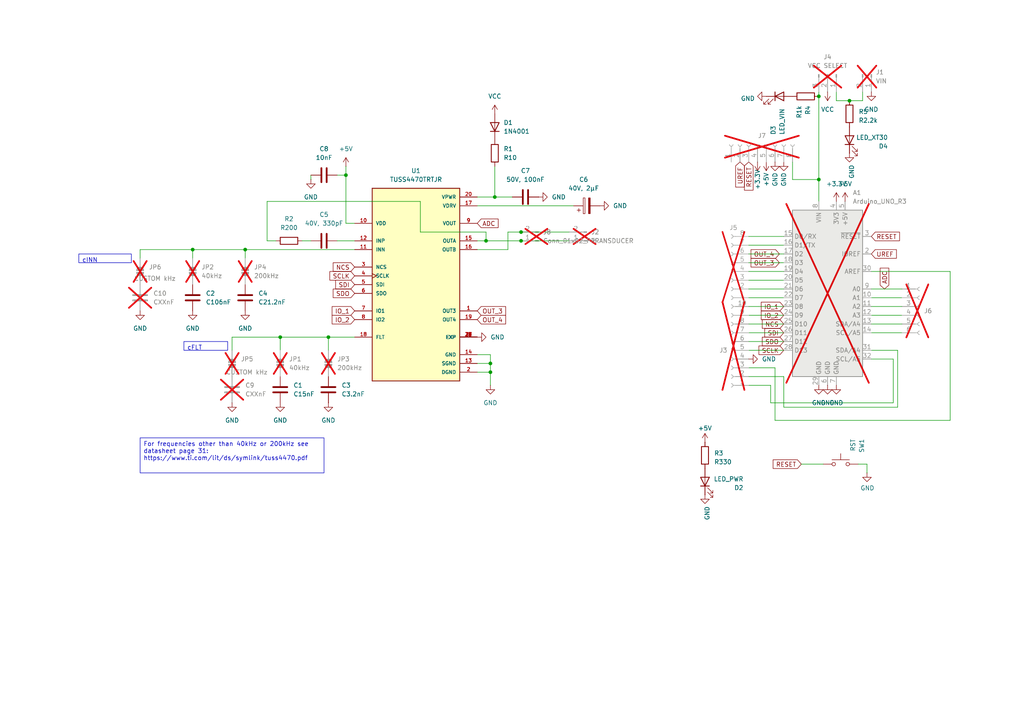
<source format=kicad_sch>
(kicad_sch (version 20231120) (generator "eeschema") (generator_version "8.0")
  (paper "A4")
  (lib_symbols
    (symbol "Connector:Conn_01x02_Pin" (pin_names (offset 1.016) hide)
      (property "Reference" "J" (at 0 2.54 0))
      (property "Value" "Conn_01x02_Pin" (at 0 -5.08 0))
      (symbol "Conn_01x02_Pin_1_1"
        (polyline (pts (xy 1.27 -2.54) (xy 0.8636 -2.54)) (stroke (width 0.1524)))
        (polyline (pts (xy 1.27 0) (xy 0.8636 0)) (stroke (width 0.1524)))
        (rectangle (start 0.8636 -2.413) (end 0 -2.667) (stroke (width 0.1524)) (fill (type outline)))
        (rectangle (start 0.8636 0.127) (end 0 -0.127) (stroke (width 0.1524)) (fill (type outline)))
        (pin passive line (at 5.08 0 180) (length 3.81) (name "Pin_1") (number "1"))
        (pin passive line (at 5.08 -2.54 180) (length 3.81) (name "Pin_2") (number "2"))
      )
    )
    (symbol "Connector:Conn_01x03_Pin" (pin_names (offset 1.016) hide)
      (property "Reference" "J" (at 0 5.08 0))
      (property "Value" "Conn_01x03_Pin" (at 0 -5.08 0))
      (symbol "Conn_01x03_Pin_1_1"
        (polyline (pts (xy 1.27 -2.54) (xy 0.8636 -2.54)) (stroke (width 0.1524)))
        (polyline (pts (xy 1.27 0) (xy 0.8636 0)) (stroke (width 0.1524)))
        (polyline (pts (xy 1.27 2.54) (xy 0.8636 2.54)) (stroke (width 0.1524)))
        (rectangle (start 0.8636 -2.413) (end 0 -2.667) (stroke (width 0.1524)) (fill (type outline)))
        (rectangle (start 0.8636 0.127) (end 0 -0.127) (stroke (width 0.1524)) (fill (type outline)))
        (rectangle (start 0.8636 2.667) (end 0 2.413) (stroke (width 0.1524)) (fill (type outline)))
        (pin passive line (at 5.08 2.54 180) (length 3.81) (name "Pin_1") (number "1"))
        (pin passive line (at 5.08 0 180) (length 3.81) (name "Pin_2") (number "2"))
        (pin passive line (at 5.08 -2.54 180) (length 3.81) (name "Pin_3") (number "3"))
      )
    )
    (symbol "Connector:Conn_01x06_Socket" (pin_names (offset 1.016) hide)
      (property "Reference" "J" (at 0 7.62 0))
      (property "Value" "Conn_01x06_Socket" (at 0 -10.16 0))
      (symbol "Conn_01x06_Socket_1_1"
        (arc (start 0 -7.112) (mid -0.5058 -7.62) (end 0 -8.128) (stroke (width 0.1524)))
        (arc (start 0 -4.572) (mid -0.5058 -5.08) (end 0 -5.588) (stroke (width 0.1524)))
        (arc (start 0 -2.032) (mid -0.5058 -2.54) (end 0 -3.048) (stroke (width 0.1524)))
        (polyline (pts (xy -1.27 -7.62) (xy -0.508 -7.62)) (stroke (width 0.1524)))
        (polyline (pts (xy -1.27 -5.08) (xy -0.508 -5.08)) (stroke (width 0.1524)))
        (polyline (pts (xy -1.27 -2.54) (xy -0.508 -2.54)) (stroke (width 0.1524)))
        (polyline (pts (xy -1.27 0) (xy -0.508 0)) (stroke (width 0.1524)))
        (polyline (pts (xy -1.27 2.54) (xy -0.508 2.54)) (stroke (width 0.1524)))
        (polyline (pts (xy -1.27 5.08) (xy -0.508 5.08)) (stroke (width 0.1524)))
        (arc (start 0 0.508) (mid -0.5058 0) (end 0 -0.508) (stroke (width 0.1524)))
        (arc (start 0 3.048) (mid -0.5058 2.54) (end 0 2.032) (stroke (width 0.1524)))
        (arc (start 0 5.588) (mid -0.5058 5.08) (end 0 4.572) (stroke (width 0.1524)))
        (pin passive line (at -5.08 5.08 0) (length 3.81) (name "Pin_1") (number "1"))
        (pin passive line (at -5.08 2.54 0) (length 3.81) (name "Pin_2") (number "2"))
        (pin passive line (at -5.08 0 0) (length 3.81) (name "Pin_3") (number "3"))
        (pin passive line (at -5.08 -2.54 0) (length 3.81) (name "Pin_4") (number "4"))
        (pin passive line (at -5.08 -5.08 0) (length 3.81) (name "Pin_5") (number "5"))
        (pin passive line (at -5.08 -7.62 0) (length 3.81) (name "Pin_6") (number "6"))
      )
    )
    (symbol "Connector:Conn_01x08_Socket" (pin_names (offset 1.016) hide)
      (property "Reference" "J" (at 0 10.16 0))
      (property "Value" "Conn_01x08_Socket" (at 0 -12.7 0))
      (symbol "Conn_01x08_Socket_1_1"
        (arc (start 0 -9.652) (mid -0.5058 -10.16) (end 0 -10.668) (stroke (width 0.1524)))
        (arc (start 0 -7.112) (mid -0.5058 -7.62) (end 0 -8.128) (stroke (width 0.1524)))
        (arc (start 0 -4.572) (mid -0.5058 -5.08) (end 0 -5.588) (stroke (width 0.1524)))
        (arc (start 0 -2.032) (mid -0.5058 -2.54) (end 0 -3.048) (stroke (width 0.1524)))
        (polyline (pts (xy -1.27 -10.16) (xy -0.508 -10.16)) (stroke (width 0.1524)))
        (polyline (pts (xy -1.27 -7.62) (xy -0.508 -7.62)) (stroke (width 0.1524)))
        (polyline (pts (xy -1.27 -5.08) (xy -0.508 -5.08)) (stroke (width 0.1524)))
        (polyline (pts (xy -1.27 -2.54) (xy -0.508 -2.54)) (stroke (width 0.1524)))
        (polyline (pts (xy -1.27 0) (xy -0.508 0)) (stroke (width 0.1524)))
        (polyline (pts (xy -1.27 2.54) (xy -0.508 2.54)) (stroke (width 0.1524)))
        (polyline (pts (xy -1.27 5.08) (xy -0.508 5.08)) (stroke (width 0.1524)))
        (polyline (pts (xy -1.27 7.62) (xy -0.508 7.62)) (stroke (width 0.1524)))
        (arc (start 0 0.508) (mid -0.5058 0) (end 0 -0.508) (stroke (width 0.1524)))
        (arc (start 0 3.048) (mid -0.5058 2.54) (end 0 2.032) (stroke (width 0.1524)))
        (arc (start 0 5.588) (mid -0.5058 5.08) (end 0 4.572) (stroke (width 0.1524)))
        (arc (start 0 8.128) (mid -0.5058 7.62) (end 0 7.112) (stroke (width 0.1524)))
        (pin passive line (at -5.08 7.62 0) (length 3.81) (name "Pin_1") (number "1"))
        (pin passive line (at -5.08 5.08 0) (length 3.81) (name "Pin_2") (number "2"))
        (pin passive line (at -5.08 2.54 0) (length 3.81) (name "Pin_3") (number "3"))
        (pin passive line (at -5.08 0 0) (length 3.81) (name "Pin_4") (number "4"))
        (pin passive line (at -5.08 -2.54 0) (length 3.81) (name "Pin_5") (number "5"))
        (pin passive line (at -5.08 -5.08 0) (length 3.81) (name "Pin_6") (number "6"))
        (pin passive line (at -5.08 -7.62 0) (length 3.81) (name "Pin_7") (number "7"))
        (pin passive line (at -5.08 -10.16 0) (length 3.81) (name "Pin_8") (number "8"))
      )
    )
    (symbol "Connector:Conn_01x10_Socket" (pin_names (offset 1.016) hide)
      (property "Reference" "J" (at 0 12.7 0))
      (property "Value" "Conn_01x10_Socket" (at 0 -15.24 0))
      (symbol "Conn_01x10_Socket_1_1"
        (arc (start 0 -12.192) (mid -0.5058 -12.7) (end 0 -13.208) (stroke (width 0.1524)))
        (arc (start 0 -9.652) (mid -0.5058 -10.16) (end 0 -10.668) (stroke (width 0.1524)))
        (arc (start 0 -7.112) (mid -0.5058 -7.62) (end 0 -8.128) (stroke (width 0.1524)))
        (arc (start 0 -4.572) (mid -0.5058 -5.08) (end 0 -5.588) (stroke (width 0.1524)))
        (arc (start 0 -2.032) (mid -0.5058 -2.54) (end 0 -3.048) (stroke (width 0.1524)))
        (polyline (pts (xy -1.27 -12.7) (xy -0.508 -12.7)) (stroke (width 0.1524)))
        (polyline (pts (xy -1.27 -10.16) (xy -0.508 -10.16)) (stroke (width 0.1524)))
        (polyline (pts (xy -1.27 -7.62) (xy -0.508 -7.62)) (stroke (width 0.1524)))
        (polyline (pts (xy -1.27 -5.08) (xy -0.508 -5.08)) (stroke (width 0.1524)))
        (polyline (pts (xy -1.27 -2.54) (xy -0.508 -2.54)) (stroke (width 0.1524)))
        (polyline (pts (xy -1.27 0) (xy -0.508 0)) (stroke (width 0.1524)))
        (polyline (pts (xy -1.27 2.54) (xy -0.508 2.54)) (stroke (width 0.1524)))
        (polyline (pts (xy -1.27 5.08) (xy -0.508 5.08)) (stroke (width 0.1524)))
        (polyline (pts (xy -1.27 7.62) (xy -0.508 7.62)) (stroke (width 0.1524)))
        (polyline (pts (xy -1.27 10.16) (xy -0.508 10.16)) (stroke (width 0.1524)))
        (arc (start 0 0.508) (mid -0.5058 0) (end 0 -0.508) (stroke (width 0.1524)))
        (arc (start 0 3.048) (mid -0.5058 2.54) (end 0 2.032) (stroke (width 0.1524)))
        (arc (start 0 5.588) (mid -0.5058 5.08) (end 0 4.572) (stroke (width 0.1524)))
        (arc (start 0 8.128) (mid -0.5058 7.62) (end 0 7.112) (stroke (width 0.1524)))
        (arc (start 0 10.668) (mid -0.5058 10.16) (end 0 9.652) (stroke (width 0.1524)))
        (pin passive line (at -5.08 10.16 0) (length 3.81) (name "Pin_1") (number "1"))
        (pin passive line (at -5.08 -12.7 0) (length 3.81) (name "Pin_10") (number "10"))
        (pin passive line (at -5.08 7.62 0) (length 3.81) (name "Pin_2") (number "2"))
        (pin passive line (at -5.08 5.08 0) (length 3.81) (name "Pin_3") (number "3"))
        (pin passive line (at -5.08 2.54 0) (length 3.81) (name "Pin_4") (number "4"))
        (pin passive line (at -5.08 0 0) (length 3.81) (name "Pin_5") (number "5"))
        (pin passive line (at -5.08 -2.54 0) (length 3.81) (name "Pin_6") (number "6"))
        (pin passive line (at -5.08 -5.08 0) (length 3.81) (name "Pin_7") (number "7"))
        (pin passive line (at -5.08 -7.62 0) (length 3.81) (name "Pin_8") (number "8"))
        (pin passive line (at -5.08 -10.16 0) (length 3.81) (name "Pin_9") (number "9"))
      )
    )
    (symbol "Device:C" (pin_numbers hide) (pin_names (offset 0.254))
      (property "Reference" "C" (at 0.635 2.54 0))
      (property "Value" "C" (at 0.635 -2.54 0))
      (symbol "C_0_1"
        (polyline (pts (xy -2.032 -0.762) (xy 2.032 -0.762)) (stroke (width 0.508)))
        (polyline (pts (xy -2.032 0.762) (xy 2.032 0.762)) (stroke (width 0.508)))
      )
      (symbol "C_1_1"
        (pin passive line (at 0 3.81 270) (length 2.794) (name "~") (number "1"))
        (pin passive line (at 0 -3.81 90) (length 2.794) (name "~") (number "2"))
      )
    )
    (symbol "Device:C_Polarized" (pin_numbers hide) (pin_names (offset 0.254))
      (property "Reference" "C" (at 0.635 2.54 0))
      (property "Value" "C_Polarized" (at 0.635 -2.54 0))
      (symbol "C_Polarized_0_1"
        (rectangle (start -2.286 0.508) (end 2.286 1.016))
        (polyline (pts (xy -1.778 2.286) (xy -0.762 2.286)))
        (polyline (pts (xy -1.27 2.794) (xy -1.27 1.778)))
        (rectangle (start 2.286 -0.508) (end -2.286 -1.016) (fill (type outline)))
      )
      (symbol "C_Polarized_1_1"
        (pin passive line (at 0 3.81 270) (length 2.794) (name "~") (number "1"))
        (pin passive line (at 0 -3.81 90) (length 2.794) (name "~") (number "2"))
      )
    )
    (symbol "Device:LED" (pin_numbers hide) (pin_names (offset 1.016) hide)
      (property "Reference" "D" (at 0 2.54 0))
      (property "Value" "LED" (at 0 -2.54 0))
      (symbol "LED_0_1"
        (polyline (pts (xy -1.27 -1.27) (xy -1.27 1.27)) (stroke (width 0.254)))
        (polyline (pts (xy -1.27 0) (xy 1.27 0)))
        (polyline (pts (xy 1.27 -1.27) (xy 1.27 1.27) (xy -1.27 0) (xy 1.27 -1.27)) (stroke (width 0.254)))
        (polyline (pts (xy -3.048 -0.762) (xy -4.572 -2.286) (xy -3.81 -2.286) (xy -4.572 -2.286) (xy -4.572 -1.524)))
        (polyline (pts (xy -1.778 -0.762) (xy -3.302 -2.286) (xy -2.54 -2.286) (xy -3.302 -2.286) (xy -3.302 -1.524)))
      )
      (symbol "LED_1_1"
        (pin passive line (at -3.81 0 0) (length 2.54) (name "K") (number "1"))
        (pin passive line (at 3.81 0 180) (length 2.54) (name "A") (number "2"))
      )
    )
    (symbol "Device:R" (pin_numbers hide) (pin_names (offset 0))
      (property "Reference" "R" (at 2.032 0 90))
      (property "Value" "R" (at 0 0 90))
      (symbol "R_0_1"
        (rectangle (start -1.016 -2.54) (end 1.016 2.54) (stroke (width 0.254)))
      )
      (symbol "R_1_1"
        (pin passive line (at 0 3.81 270) (length 1.27) (name "~") (number "1"))
        (pin passive line (at 0 -3.81 90) (length 1.27) (name "~") (number "2"))
      )
    )
    (symbol "Diode:1N4001" (pin_numbers hide) (pin_names hide)
      (property "Reference" "D" (at 0 2.54 0))
      (property "Value" "1N4001" (at 0 -2.54 0))
      (symbol "1N4001_0_1"
        (polyline (pts (xy -1.27 1.27) (xy -1.27 -1.27)) (stroke (width 0.254)))
        (polyline (pts (xy 1.27 0) (xy -1.27 0)))
        (polyline (pts (xy 1.27 1.27) (xy 1.27 -1.27) (xy -1.27 0) (xy 1.27 1.27)) (stroke (width 0.254)))
      )
      (symbol "1N4001_1_1"
        (pin passive line (at -3.81 0 0) (length 2.54) (name "K") (number "1"))
        (pin passive line (at 3.81 0 180) (length 2.54) (name "A") (number "2"))
      )
    )
    (symbol "Jumper:SolderJumper_2_Open" (pin_numbers hide) (pin_names (offset 0) hide) (exclude_from_sim yes) (in_bom no)
      (property "Reference" "JP" (at 0 2.032 0))
      (property "Value" "SolderJumper_2_Open" (at 0 -2.54 0))
      (symbol "SolderJumper_2_Open_0_1"
        (arc (start -0.254 1.016) (mid -1.2656 0) (end -0.254 -1.016))
        (arc (start -0.254 1.016) (mid -1.2656 0) (end -0.254 -1.016) (fill (type outline)))
        (polyline (pts (xy -0.254 1.016) (xy -0.254 -1.016)))
        (polyline (pts (xy 0.254 1.016) (xy 0.254 -1.016)))
        (arc (start 0.254 -1.016) (mid 1.2656 0) (end 0.254 1.016))
        (arc (start 0.254 -1.016) (mid 1.2656 0) (end 0.254 1.016) (fill (type outline)))
      )
      (symbol "SolderJumper_2_Open_1_1"
        (pin passive line (at -3.81 0 0) (length 2.54) (name "A") (number "1"))
        (pin passive line (at 3.81 0 180) (length 2.54) (name "B") (number "2"))
      )
    )
    (symbol "MCU_Module:Arduino_UNO_R3"
      (property "Reference" "A" (at -10.16 23.495 0))
      (property "Value" "Arduino_UNO_R3" (at 5.08 -26.67 0))
      (symbol "Arduino_UNO_R3_0_1"
        (rectangle (start -10.16 22.86) (end 10.16 -25.4) (stroke (width 0.254)) (fill (type background)))
      )
      (symbol "Arduino_UNO_R3_1_1"
        (pin no_connect line (at -10.16 -20.32 0) (length 2.54) hide (name "NC") (number "1"))
        (pin bidirectional line (at 12.7 -2.54 180) (length 2.54) (name "A1") (number "10"))
        (pin bidirectional line (at 12.7 -5.08 180) (length 2.54) (name "A2") (number "11"))
        (pin bidirectional line (at 12.7 -7.62 180) (length 2.54) (name "A3") (number "12"))
        (pin bidirectional line (at 12.7 -10.16 180) (length 2.54) (name "SDA/A4") (number "13"))
        (pin bidirectional line (at 12.7 -12.7 180) (length 2.54) (name "SCL/A5") (number "14"))
        (pin bidirectional line (at -12.7 15.24 0) (length 2.54) (name "D0/RX") (number "15"))
        (pin bidirectional line (at -12.7 12.7 0) (length 2.54) (name "D1/TX") (number "16"))
        (pin bidirectional line (at -12.7 10.16 0) (length 2.54) (name "D2") (number "17"))
        (pin bidirectional line (at -12.7 7.62 0) (length 2.54) (name "D3") (number "18"))
        (pin bidirectional line (at -12.7 5.08 0) (length 2.54) (name "D4") (number "19"))
        (pin output line (at 12.7 10.16 180) (length 2.54) (name "IOREF") (number "2"))
        (pin bidirectional line (at -12.7 2.54 0) (length 2.54) (name "D5") (number "20"))
        (pin bidirectional line (at -12.7 0 0) (length 2.54) (name "D6") (number "21"))
        (pin bidirectional line (at -12.7 -2.54 0) (length 2.54) (name "D7") (number "22"))
        (pin bidirectional line (at -12.7 -5.08 0) (length 2.54) (name "D8") (number "23"))
        (pin bidirectional line (at -12.7 -7.62 0) (length 2.54) (name "D9") (number "24"))
        (pin bidirectional line (at -12.7 -10.16 0) (length 2.54) (name "D10") (number "25"))
        (pin bidirectional line (at -12.7 -12.7 0) (length 2.54) (name "D11") (number "26"))
        (pin bidirectional line (at -12.7 -15.24 0) (length 2.54) (name "D12") (number "27"))
        (pin bidirectional line (at -12.7 -17.78 0) (length 2.54) (name "D13") (number "28"))
        (pin power_in line (at -2.54 -27.94 90) (length 2.54) (name "GND") (number "29"))
        (pin input line (at 12.7 15.24 180) (length 2.54) (name "~{RESET}") (number "3"))
        (pin input line (at 12.7 5.08 180) (length 2.54) (name "AREF") (number "30"))
        (pin bidirectional line (at 12.7 -17.78 180) (length 2.54) (name "SDA/A4") (number "31"))
        (pin bidirectional line (at 12.7 -20.32 180) (length 2.54) (name "SCL/A5") (number "32"))
        (pin power_out line (at 2.54 25.4 270) (length 2.54) (name "3V3") (number "4"))
        (pin power_out line (at 5.08 25.4 270) (length 2.54) (name "+5V") (number "5"))
        (pin power_in line (at 0 -27.94 90) (length 2.54) (name "GND") (number "6"))
        (pin power_in line (at 2.54 -27.94 90) (length 2.54) (name "GND") (number "7"))
        (pin power_in line (at -2.54 25.4 270) (length 2.54) (name "VIN") (number "8"))
        (pin bidirectional line (at 12.7 0 180) (length 2.54) (name "A0") (number "9"))
      )
    )
    (symbol "Switch:SW_Push" (pin_numbers hide) (pin_names (offset 1.016) hide)
      (property "Reference" "SW" (at 1.27 2.54 0))
      (property "Value" "SW_Push" (at 0 -1.524 0))
      (symbol "SW_Push_0_1"
        (circle (center -2.032 0) (radius 0.508))
        (polyline (pts (xy 0 1.27) (xy 0 3.048)))
        (polyline (pts (xy 2.54 1.27) (xy -2.54 1.27)))
        (circle (center 2.032 0) (radius 0.508))
        (pin passive line (at -5.08 0 0) (length 2.54) (name "1") (number "1"))
        (pin passive line (at 5.08 0 180) (length 2.54) (name "2") (number "2"))
      )
    )
    (symbol "TUSS4470TRTJR:TUSS4470TRTJR" (pin_names (offset 1.016))
      (property "Reference" "U" (at -12.7 29.21 0))
      (property "Value" "TUSS4470TRTJR" (at -12.7 -29.21 0))
      (symbol "TUSS4470TRTJR_0_0"
        (rectangle (start -12.7 -27.94) (end 12.7 27.94) (stroke (width 0.254)) (fill (type background)))
        (pin output line (at 17.78 -7.62 180) (length 5.08) (name "OUT3") (number "1"))
        (pin input line (at -17.78 17.78 0) (length 5.08) (name "VDD") (number "10"))
        (pin input line (at -17.78 10.16 0) (length 5.08) (name "INN") (number "11"))
        (pin input line (at -17.78 12.7 0) (length 5.08) (name "INP") (number "12"))
        (pin power_in line (at 17.78 -22.86 180) (length 5.08) (name "SGND") (number "13"))
        (pin power_in line (at 17.78 -20.32 180) (length 5.08) (name "GND") (number "14"))
        (pin output line (at 17.78 12.7 180) (length 5.08) (name "OUTA") (number "15"))
        (pin output line (at 17.78 10.16 180) (length 5.08) (name "OUTB") (number "16"))
        (pin power_in line (at 17.78 22.86 180) (length 5.08) (name "VDRV") (number "17"))
        (pin bidirectional line (at -17.78 -15.24 0) (length 5.08) (name "FLT") (number "18"))
        (pin output line (at 17.78 -10.16 180) (length 5.08) (name "OUT4") (number "19"))
        (pin power_in line (at 17.78 -25.4 180) (length 5.08) (name "DGND") (number "2"))
        (pin power_in line (at 17.78 25.4 180) (length 5.08) (name "VPWR") (number "20"))
        (pin passive line (at 17.78 -15.24 180) (length 5.08) (name "EXP") (number "21"))
        (pin passive line (at 17.78 -15.24 180) (length 5.08) (name "EXP") (number "22"))
        (pin passive line (at 17.78 -15.24 180) (length 5.08) (name "EXP") (number "23"))
        (pin passive line (at 17.78 -15.24 180) (length 5.08) (name "EXP") (number "24"))
        (pin passive line (at 17.78 -15.24 180) (length 5.08) (name "EXP") (number "25"))
        (pin passive line (at 17.78 -15.24 180) (length 5.08) (name "EXP") (number "26"))
        (pin passive line (at 17.78 -15.24 180) (length 5.08) (name "EXP") (number "27"))
        (pin passive line (at 17.78 -15.24 180) (length 5.08) (name "EXP") (number "28"))
        (pin passive line (at 17.78 -15.24 180) (length 5.08) (name "EXP") (number "29"))
        (pin input line (at -17.78 5.08 0) (length 5.08) (name "NCS") (number "3"))
        (pin passive line (at 17.78 -15.24 180) (length 5.08) (name "EXP") (number "30"))
        (pin input clock (at -17.78 2.54 0) (length 5.08) (name "SCLK") (number "4"))
        (pin input line (at -17.78 0 0) (length 5.08) (name "SDI") (number "5"))
        (pin output line (at -17.78 -2.54 0) (length 5.08) (name "SDO") (number "6"))
        (pin bidirectional line (at -17.78 -7.62 0) (length 5.08) (name "IO1") (number "7"))
        (pin bidirectional line (at -17.78 -10.16 0) (length 5.08) (name "IO2") (number "8"))
        (pin output line (at 17.78 17.78 180) (length 5.08) (name "VOUT") (number "9"))
      )
    )
    (symbol "power:+3.3V" (power) (pin_numbers hide) (pin_names (offset 0) hide)
      (property "Value" "+3.3V" (at 0 3.556 0))
      (symbol "+3.3V_0_1"
        (polyline (pts (xy -0.762 1.27) (xy 0 2.54)))
        (polyline (pts (xy 0 0) (xy 0 2.54)))
        (polyline (pts (xy 0 2.54) (xy 0.762 1.27)))
      )
      (symbol "+3.3V_1_1"
        (pin power_in line (at 0 0 90) (length 0) (name "~") (number "1"))
      )
    )
    (symbol "power:+5V" (power) (pin_numbers hide) (pin_names (offset 0) hide)
      (property "Value" "+5V" (at 0 3.556 0))
      (symbol "+5V_0_1"
        (polyline (pts (xy -0.762 1.27) (xy 0 2.54)))
        (polyline (pts (xy 0 0) (xy 0 2.54)))
        (polyline (pts (xy 0 2.54) (xy 0.762 1.27)))
      )
      (symbol "+5V_1_1"
        (pin power_in line (at 0 0 90) (length 0) (name "~") (number "1"))
      )
    )
    (symbol "power:GND" (power) (pin_numbers hide) (pin_names (offset 0) hide)
      (property "Value" "GND" (at 0 -3.81 0))
      (symbol "GND_0_1"
        (polyline (pts (xy 0 0) (xy 0 -1.27) (xy 1.27 -1.27) (xy 0 -2.54) (xy -1.27 -1.27) (xy 0 -1.27)))
      )
      (symbol "GND_1_1"
        (pin power_in line (at 0 0 270) (length 0) (name "~") (number "1"))
      )
    )
    (symbol "power:VCC" (power) (pin_numbers hide) (pin_names (offset 0) hide)
      (property "Value" "VCC" (at 0 3.556 0))
      (symbol "VCC_0_1"
        (polyline (pts (xy -0.762 1.27) (xy 0 2.54)))
        (polyline (pts (xy 0 0) (xy 0 2.54)))
        (polyline (pts (xy 0 2.54) (xy 0.762 1.27)))
      )
      (symbol "VCC_1_1"
        (pin power_in line (at 0 0 90) (length 0) (name "~") (number "1"))
      )
    )
  )
  (junction (at 237.49 27.94))
  (junction (at 95.25 97.79))
  (junction (at 237.49 52.07))
  (junction (at 246.38 29.21))
  (junction (at 142.24 107.95))
  (junction (at 100.33 50.8))
  (junction (at 142.24 105.41))
  (junction (at 55.88 72.39))
  (junction (at 71.12 72.39))
  (junction (at 151.13 69.85))
  (junction (at 81.28 97.79))
  (junction (at 151.13 67.31))
  (junction (at 143.51 57.15))
  (junction (at 140.97 69.85))
  (wire (pts (xy 100.33 50.8) (xy 100.33 64.77)))
  (wire (pts (xy 102.87 72.39) (xy 71.12 72.39)))
  (wire (pts (xy 246.38 29.21) (xy 250.19 29.21)))
  (wire (pts (xy 224.79 121.92) (xy 224.79 106.68)))
  (wire (pts (xy 97.79 50.8) (xy 100.33 50.8)))
  (wire (pts (xy 275.59 78.74) (xy 275.59 121.92)))
  (wire (pts (xy 121.92 67.31) (xy 140.97 67.31)))
  (wire (pts (xy 223.52 111.76) (xy 217.17 111.76)))
  (wire (pts (xy 143.51 48.26) (xy 143.51 57.15)))
  (wire (pts (xy 217.17 99.06) (xy 227.33 99.06)))
  (wire (pts (xy 242.57 29.21) (xy 242.57 26.67)))
  (wire (pts (xy 55.88 72.39) (xy 55.88 74.93)))
  (wire (pts (xy 143.51 57.15) (xy 148.59 57.15)))
  (wire (pts (xy 259.08 116.84) (xy 223.52 116.84)))
  (wire (pts (xy 252.73 93.98) (xy 261.62 93.98)))
  (wire (pts (xy 87.63 69.85) (xy 90.17 69.85)))
  (wire (pts (xy 81.28 97.79) (xy 95.25 97.79)))
  (wire (pts (xy 138.43 105.41) (xy 142.24 105.41)))
  (wire (pts (xy 217.17 91.44) (xy 227.33 91.44)))
  (wire (pts (xy 217.17 96.52) (xy 227.33 96.52)))
  (wire (pts (xy 71.12 72.39) (xy 71.12 74.93)))
  (wire (pts (xy 140.97 69.85) (xy 151.13 69.85)))
  (wire (pts (xy 229.87 46.99) (xy 229.87 52.07)))
  (wire (pts (xy 217.17 109.22) (xy 227.33 109.22)))
  (wire (pts (xy 252.73 86.36) (xy 261.62 86.36)))
  (wire (pts (xy 223.52 116.84) (xy 223.52 111.76)))
  (wire (pts (xy 147.32 67.31) (xy 147.32 72.39)))
  (wire (pts (xy 147.32 67.31) (xy 151.13 67.31)))
  (wire (pts (xy 217.17 68.58) (xy 227.33 68.58)))
  (wire (pts (xy 252.73 78.74) (xy 275.59 78.74)))
  (wire (pts (xy 217.17 86.36) (xy 227.33 86.36)))
  (wire (pts (xy 90.17 52.07) (xy 90.17 50.8)))
  (wire (pts (xy 227.33 118.11) (xy 260.35 118.11)))
  (wire (pts (xy 67.31 97.79) (xy 81.28 97.79)))
  (wire (pts (xy 237.49 52.07) (xy 237.49 58.42)))
  (wire (pts (xy 250.19 29.21) (xy 250.19 26.67)))
  (wire (pts (xy 97.79 69.85) (xy 102.87 69.85)))
  (wire (pts (xy 275.59 121.92) (xy 224.79 121.92)))
  (wire (pts (xy 166.37 59.69) (xy 138.43 59.69)))
  (wire (pts (xy 237.49 27.94) (xy 237.49 52.07)))
  (wire (pts (xy 77.47 58.42) (xy 121.92 58.42)))
  (wire (pts (xy 252.73 104.14) (xy 259.08 104.14)))
  (wire (pts (xy 138.43 102.87) (xy 142.24 102.87)))
  (wire (pts (xy 77.47 69.85) (xy 80.01 69.85)))
  (wire (pts (xy 217.17 81.28) (xy 227.33 81.28)))
  (wire (pts (xy 224.79 106.68) (xy 217.17 106.68)))
  (wire (pts (xy 260.35 101.6) (xy 260.35 118.11)))
  (wire (pts (xy 138.43 57.15) (xy 143.51 57.15)))
  (wire (pts (xy 252.73 88.9) (xy 261.62 88.9)))
  (wire (pts (xy 217.17 78.74) (xy 227.33 78.74)))
  (wire (pts (xy 40.64 72.39) (xy 40.64 74.93)))
  (wire (pts (xy 55.88 72.39) (xy 40.64 72.39)))
  (wire (pts (xy 217.17 83.82) (xy 227.33 83.82)))
  (wire (pts (xy 100.33 48.26) (xy 100.33 50.8)))
  (wire (pts (xy 237.49 26.67) (xy 237.49 27.94)))
  (wire (pts (xy 217.17 93.98) (xy 227.33 93.98)))
  (wire (pts (xy 142.24 107.95) (xy 142.24 111.76)))
  (wire (pts (xy 151.13 69.85) (xy 165.1 69.85)))
  (wire (pts (xy 217.17 71.12) (xy 227.33 71.12)))
  (wire (pts (xy 217.17 73.66) (xy 227.33 73.66)))
  (wire (pts (xy 142.24 105.41) (xy 142.24 107.95)))
  (wire (pts (xy 140.97 67.31) (xy 140.97 69.85)))
  (wire (pts (xy 217.17 76.2) (xy 227.33 76.2)))
  (wire (pts (xy 71.12 72.39) (xy 55.88 72.39)))
  (wire (pts (xy 81.28 97.79) (xy 81.28 101.6)))
  (wire (pts (xy 217.17 88.9) (xy 227.33 88.9)))
  (wire (pts (xy 67.31 101.6) (xy 67.31 97.79)))
  (wire (pts (xy 227.33 109.22) (xy 227.33 118.11)))
  (wire (pts (xy 138.43 107.95) (xy 142.24 107.95)))
  (wire (pts (xy 100.33 64.77) (xy 102.87 64.77)))
  (wire (pts (xy 232.41 134.62) (xy 238.76 134.62)))
  (wire (pts (xy 142.24 102.87) (xy 142.24 105.41)))
  (wire (pts (xy 229.87 52.07) (xy 237.49 52.07)))
  (wire (pts (xy 242.57 29.21) (xy 246.38 29.21)))
  (wire (pts (xy 95.25 97.79) (xy 102.87 97.79)))
  (wire (pts (xy 95.25 101.6) (xy 95.25 97.79)))
  (wire (pts (xy 259.08 104.14) (xy 259.08 116.84)))
  (wire (pts (xy 252.73 101.6) (xy 260.35 101.6)))
  (wire (pts (xy 138.43 72.39) (xy 147.32 72.39)))
  (wire (pts (xy 217.17 101.6) (xy 227.33 101.6)))
  (wire (pts (xy 252.73 96.52) (xy 261.62 96.52)))
  (wire (pts (xy 252.73 91.44) (xy 261.62 91.44)))
  (wire (pts (xy 251.46 134.62) (xy 251.46 137.16)))
  (wire (pts (xy 77.47 69.85) (xy 77.47 58.42)))
  (wire (pts (xy 138.43 69.85) (xy 140.97 69.85)))
  (wire (pts (xy 252.73 83.82) (xy 261.62 83.82)))
  (wire (pts (xy 151.13 67.31) (xy 165.1 67.31)))
  (wire (pts (xy 248.92 134.62) (xy 251.46 134.62)))
  (wire (pts (xy 121.92 58.42) (xy 121.92 67.31)))
  (text_box "cFLT" (at 53.34 99.06 0) (size 12.7 2.54) (effects (font (size 1.27 1.27)) (justify left top)))
  (text_box "For frequencies other than 40kHz or 200kHz see datasheet page 31:\nhttps://www.ti.com/lit/ds/symlink/tuss4470.pdf" (at 40.64 127 0) (size 53.34 10.16) (effects (font (size 1.27 1.27)) (justify left top)))
  (text_box "cINN" (at 22.86 73.66 0) (size 15.24 2.54) (effects (font (size 1.27 1.27)) (justify left top)))
  (global_label "NCS" (shape input) (at 102.87 77.47 180) (property "Intersheetrefs" "${INTERSHEET_REFS}" (effects (hide yes))))
  (global_label "RESET" (shape input) (at 252.73 68.58 0) (property "Intersheetrefs" "${INTERSHEET_REFS}" (effects (hide yes))))
  (global_label "IO_1" (shape input) (at 227.33 88.9 180) (property "Intersheetrefs" "${INTERSHEET_REFS}" (effects (hide yes))))
  (global_label "SCLK" (shape input) (at 102.87 80.01 180) (property "Intersheetrefs" "${INTERSHEET_REFS}" (effects (hide yes))))
  (global_label "UREF" (shape input) (at 214.63 46.99 270) (property "Intersheetrefs" "${INTERSHEET_REFS}" (effects (hide yes))))
  (global_label "SDO" (shape input) (at 102.87 85.09 180) (property "Intersheetrefs" "${INTERSHEET_REFS}" (effects (hide yes))))
  (global_label "RESET" (shape input) (at 217.17 46.99 270) (property "Intersheetrefs" "${INTERSHEET_REFS}" (effects (hide yes))))
  (global_label "ADC" (shape input) (at 138.43 64.77 0) (property "Intersheetrefs" "${INTERSHEET_REFS}" (effects (hide yes))))
  (global_label "OUT_4" (shape input) (at 138.43 92.71 0) (property "Intersheetrefs" "${INTERSHEET_REFS}" (effects (hide yes))))
  (global_label "OUT_4" (shape input) (at 226.06 73.66 180) (property "Intersheetrefs" "${INTERSHEET_REFS}" (effects (hide yes))))
  (global_label "ADC" (shape input) (at 256.54 83.82 90) (property "Intersheetrefs" "${INTERSHEET_REFS}" (effects (hide yes))))
  (global_label "NCS" (shape input) (at 227.33 93.98 180) (property "Intersheetrefs" "${INTERSHEET_REFS}" (effects (hide yes))))
  (global_label "SDI" (shape input) (at 102.87 82.55 180) (property "Intersheetrefs" "${INTERSHEET_REFS}" (effects (hide yes))))
  (global_label "OUT_3" (shape input) (at 138.43 90.17 0) (property "Intersheetrefs" "${INTERSHEET_REFS}" (effects (hide yes))))
  (global_label "SDO" (shape input) (at 227.33 99.06 180) (property "Intersheetrefs" "${INTERSHEET_REFS}" (effects (hide yes))))
  (global_label "IO_2" (shape input) (at 227.33 91.44 180) (property "Intersheetrefs" "${INTERSHEET_REFS}" (effects (hide yes))))
  (global_label "OUT_3" (shape input) (at 226.06 76.2 180) (property "Intersheetrefs" "${INTERSHEET_REFS}" (effects (hide yes))))
  (global_label "IO_2" (shape input) (at 102.87 92.71 180) (property "Intersheetrefs" "${INTERSHEET_REFS}" (effects (hide yes))))
  (global_label "RESET" (shape input) (at 232.41 134.62 180) (property "Intersheetrefs" "${INTERSHEET_REFS}" (effects (hide yes))))
  (global_label "UREF" (shape input) (at 252.73 73.66 0) (property "Intersheetrefs" "${INTERSHEET_REFS}" (effects (hide yes))))
  (global_label "IO_1" (shape input) (at 102.87 90.17 180) (property "Intersheetrefs" "${INTERSHEET_REFS}" (effects (hide yes))))
  (global_label "SDI" (shape input) (at 227.33 96.52 180) (property "Intersheetrefs" "${INTERSHEET_REFS}" (effects (hide yes))))
  (global_label "SCLK" (shape input) (at 227.33 101.6 180) (property "Intersheetrefs" "${INTERSHEET_REFS}" (effects (hide yes))))
  (symbol (lib_id "Device:C") (at 67.31 113.03 0) (unit 1) (in_bom no) (dnp yes)
    (property "Reference" "C9" (at 71.12 111.7599 0) (effects (justify left)))
    (property "Value" "CXXnF" (at 71.12 114.2999 0) (effects (justify left)))
    (property "Footprint" "Capacitor_SMD:C_0603_1608Metric" (effects (hide yes)))
    (property "Description" "Unpolarized capacitor" (effects (hide yes)))
  )
  (symbol (lib_id "power:+5V") (at 204.47 128.27 0) (unit 1)
    (property "Reference" "#PWR026" (effects (hide yes)))
    (property "Value" "+5V" (at 204.47 124.206 0))
  )
  (symbol (lib_id "power:GND") (at 252.73 26.67 0) (unit 1)
    (property "Reference" "#PWR03" (effects (hide yes)))
    (property "Value" "GND" (at 252.73 31.75 0))
    (property "Description" "Power symbol creates a global label with name \"GND\" , ground" (effects (hide yes)))
  )
  (symbol (lib_id "power:+5V") (at 245.11 58.42 0) (unit 1)
    (property "Reference" "#PWR015" (effects (hide yes)))
    (property "Value" "+5V" (at 245.11 53.34 0))
    (property "Description" "Power symbol creates a global label with name \"+5V\"" (effects (hide yes)))
  )
  (symbol (lib_id "MCU_Module:Arduino_UNO_R3") (at 240.03 83.82 0) (unit 1) (in_bom no) (dnp yes)
    (property "Reference" "A1" (at 247.3041 55.88 0) (effects (justify left)))
    (property "Value" "Arduino_UNO_R3" (at 247.3041 58.42 0) (effects (justify left)))
    (property "Footprint" "Module:Arduino_UNO_R3" (effects (hide yes)))
    (property "Datasheet" "https://www.arduino.cc/en/Main/arduinoBoardUno" (effects (hide yes)))
    (property "Description" "Arduino UNO Microcontroller Module, release 3" (effects (hide yes)))
  )
  (symbol (lib_id "power:GND") (at 246.38 44.45 0) (unit 1)
    (property "Reference" "#PWR032" (effects (hide yes)))
    (property "Value" "GND" (at 247.015 47.752 90) (effects (justify right)))
  )
  (symbol (lib_id "Connector:Conn_01x02_Pin") (at 170.18 69.85 180) (unit 1) (exclude_from_sim yes) (in_bom no) (dnp yes)
    (property "Reference" "J2" (at 171.45 67.3099 0) (effects (justify right)))
    (property "Value" "TRANSDUCER" (at 171.45 69.8499 0) (effects (justify right)))
    (property "Footprint" "TerminalBlock_4Ucon:TerminalBlock_4Ucon_1x02_P3.50mm_Horizontal" (effects (hide yes)))
    (property "Description" "Generic connector, single row, 01x02, script generated" (effects (hide yes)))
  )
  (symbol (lib_id "power:+5V") (at 100.33 48.26 0) (unit 1)
    (property "Reference" "#PWR016" (effects (hide yes)))
    (property "Value" "+5V" (at 100.33 43.18 0))
    (property "Description" "Power symbol creates a global label with name \"+5V\"" (effects (hide yes)))
  )
  (symbol (lib_id "power:GND") (at 95.25 116.84 0) (unit 1)
    (property "Reference" "#PWR09" (effects (hide yes)))
    (property "Value" "GND" (at 95.25 121.92 0))
    (property "Description" "Power symbol creates a global label with name \"GND\" , ground" (effects (hide yes)))
  )
  (symbol (lib_id "Connector:Conn_01x08_Socket") (at 212.09 78.74 180) (unit 1) (in_bom no) (dnp yes)
    (property "Reference" "J5" (at 212.725 66.04 0))
    (property "Value" "Conn_01x08_Socket" (effects (hide yes)))
    (property "Footprint" "Connector_PinHeader_2.54mm:PinHeader_1x08_P2.54mm_Vertical" (effects (hide yes)))
    (property "Description" "Generic connector, single row, 01x08, script generated" (effects (hide yes)))
  )
  (symbol (lib_id "power:GND") (at 204.47 143.51 0) (unit 1)
    (property "Reference" "#PWR027" (effects (hide yes)))
    (property "Value" "GND" (at 205.105 146.812 90) (effects (justify right)))
  )
  (symbol (lib_id "power:GND") (at 67.31 116.84 0) (unit 1)
    (property "Reference" "#PWR017" (effects (hide yes)))
    (property "Value" "GND" (at 67.31 121.92 0))
    (property "Description" "Power symbol creates a global label with name \"GND\" , ground" (effects (hide yes)))
  )
  (symbol (lib_id "Device:C") (at 93.98 69.85 90) (unit 1)
    (property "Reference" "C5" (at 93.98 62.23 90))
    (property "Value" "40V, 330pF" (at 93.98 64.77 90))
    (property "Footprint" "Capacitor_SMD:C_0603_1608Metric" (effects (hide yes)))
    (property "Description" "Unpolarized capacitor" (effects (hide yes)))
    (property "LCSC" "C1664" (effects (hide yes)))
  )
  (symbol (lib_id "power:GND") (at 90.17 52.07 0) (unit 1)
    (property "Reference" "#PWR014" (effects (hide yes)))
    (property "Value" "GND" (at 90.17 57.15 0))
    (property "Description" "Power symbol creates a global label with name \"GND\" , ground" (effects (hide yes)))
  )
  (symbol (lib_id "Connector:Conn_01x02_Pin") (at 156.21 69.85 180) (unit 1) (in_bom no) (dnp yes)
    (property "Reference" "J8" (at 157.48 67.3099 0) (effects (justify right)))
    (property "Value" "Conn_01x02_Pin" (at 157.48 69.8499 0) (effects (justify right)))
    (property "Footprint" "Connector_PinHeader_2.54mm:PinHeader_1x02_P2.54mm_Vertical" (effects (hide yes)))
    (property "Description" "Generic connector, single row, 01x02, script generated" (effects (hide yes)))
  )
  (symbol (lib_id "power:GND") (at 138.43 97.79 90) (unit 1)
    (property "Reference" "#PWR019" (effects (hide yes)))
    (property "Value" "GND" (at 142.24 97.7899 90) (effects (justify right)))
    (property "Description" "Power symbol creates a global label with name \"GND\" , ground" (effects (hide yes)))
  )
  (symbol (lib_id "power:GND") (at 237.49 111.76 0) (unit 1)
    (property "Reference" "#PWR06" (effects (hide yes)))
    (property "Value" "GND" (at 237.49 116.84 0))
    (property "Description" "Power symbol creates a global label with name \"GND\" , ground" (effects (hide yes)))
  )
  (symbol (lib_id "power:GND") (at 251.46 137.16 0) (unit 1)
    (property "Reference" "#PWR030" (effects (hide yes)))
    (property "Value" "GND" (at 251.587 141.5542 0))
  )
  (symbol (lib_id "power:+3.3V") (at 242.57 58.42 0) (unit 1)
    (property "Reference" "#PWR022" (effects (hide yes)))
    (property "Value" "+3.3V" (at 242.57 53.34 0))
    (property "Description" "Power symbol creates a global label with name \"+3.3V\"" (effects (hide yes)))
  )
  (symbol (lib_id "Device:C") (at 55.88 86.36 0) (unit 1)
    (property "Reference" "C2" (at 59.69 85.0899 0) (effects (justify left)))
    (property "Value" "C106nF" (at 59.69 87.6299 0) (effects (justify left)))
    (property "Footprint" "Capacitor_SMD:C_0603_1608Metric" (effects (hide yes)))
    (property "Description" "Unpolarized capacitor" (effects (hide yes)))
    (property "LCSC" "C14663" (effects (hide yes)))
  )
  (symbol (lib_id "Device:R") (at 83.82 69.85 270) (unit 1)
    (property "Reference" "R2" (at 83.82 63.5 90))
    (property "Value" "R200" (at 83.82 66.04 90))
    (property "Footprint" "Resistor_SMD:R_1206_3216Metric" (effects (hide yes)))
    (property "Description" "Resistor" (effects (hide yes)))
    (property "LCSC" "C18002" (effects (hide yes)))
  )
  (symbol (lib_id "Device:LED") (at 204.47 139.7 90) (unit 1)
    (property "Reference" "D2" (at 215.646 141.478 90) (effects (justify left)))
    (property "Value" "LED_PWR" (at 215.646 138.938 90) (effects (justify left)))
    (property "Footprint" "LED_SMD:LED_0805_2012Metric" (effects (hide yes)))
    (property "LCSC" "C84256" (effects (hide yes)))
  )
  (symbol (lib_id "Jumper:SolderJumper_2_Open") (at 55.88 78.74 90) (unit 1) (exclude_from_sim yes) (in_bom no) (dnp yes)
    (property "Reference" "JP2" (at 58.42 77.4699 90) (effects (justify right)))
    (property "Value" "40kHz" (at 58.42 80.0099 90) (effects (justify right)))
    (property "Footprint" "Connector_PinHeader_2.54mm:PinHeader_1x02_P2.54mm_Vertical" (effects (hide yes)))
    (property "Description" "Solder Jumper, 2-pole, open" (effects (hide yes)))
  )
  (symbol (lib_id "Device:C") (at 40.64 86.36 0) (unit 1) (in_bom no) (dnp yes)
    (property "Reference" "C10" (at 44.45 85.0899 0) (effects (justify left)))
    (property "Value" "CXXnF" (at 44.45 87.6299 0) (effects (justify left)))
    (property "Footprint" "Capacitor_SMD:C_0603_1608Metric" (effects (hide yes)))
    (property "Description" "Unpolarized capacitor" (effects (hide yes)))
  )
  (symbol (lib_id "power:GND") (at 217.17 104.14 90) (unit 1)
    (property "Reference" "#PWR020" (effects (hide yes)))
    (property "Value" "GND" (at 220.98 104.1399 90) (effects (justify right)))
    (property "Description" "Power symbol creates a global label with name \"GND\" , ground" (effects (hide yes)))
  )
  (symbol (lib_id "power:VCC") (at 240.03 26.67 180) (unit 1)
    (property "Reference" "#PWR02" (effects (hide yes)))
    (property "Value" "VCC" (at 240.03 31.75 0))
    (property "Description" "Power symbol creates a global label with name \"VCC\"" (effects (hide yes)))
  )
  (symbol (lib_id "power:+5V") (at 222.25 46.99 180) (unit 1)
    (property "Reference" "#PWR021" (effects (hide yes)))
    (property "Value" "+5V" (at 222.25 52.07 90))
    (property "Description" "Power symbol creates a global label with name \"+5V\"" (effects (hide yes)))
  )
  (symbol (lib_id "Connector:Conn_01x02_Pin") (at 252.73 21.59 270) (unit 1) (in_bom no) (dnp yes)
    (property "Reference" "J1" (at 254 20.9549 90) (effects (justify left)))
    (property "Value" "VIN" (at 254 23.4949 90) (effects (justify left)))
    (property "Footprint" "Connector_AMASS:AMASS_XT30PW-M_1x02_P2.50mm_Horizontal" (effects (hide yes)))
    (property "Description" "Generic connector, single row, 01x02, script generated" (effects (hide yes)))
  )
  (symbol (lib_id "Device:C") (at 152.4 57.15 90) (unit 1)
    (property "Reference" "C7" (at 152.4 49.53 90))
    (property "Value" "50V, 100nF" (at 152.4 52.07 90))
    (property "Footprint" "Capacitor_SMD:C_0603_1608Metric" (effects (hide yes)))
    (property "Description" "Unpolarized capacitor" (effects (hide yes)))
    (property "LCSC" "C14663" (effects (hide yes)))
  )
  (symbol (lib_id "Connector:Conn_01x08_Socket") (at 219.71 41.91 90) (unit 1) (in_bom no) (dnp yes)
    (property "Reference" "J7" (at 220.98 39.37 90))
    (property "Value" "Conn_01x08_Socket" (effects (hide yes)))
    (property "Footprint" "Connector_PinHeader_2.54mm:PinHeader_1x08_P2.54mm_Vertical" (effects (hide yes)))
    (property "Description" "Generic connector, single row, 01x08, script generated" (effects (hide yes)))
  )
  (symbol (lib_id "Device:C") (at 81.28 113.03 0) (unit 1)
    (property "Reference" "C1" (at 85.09 111.7599 0) (effects (justify left)))
    (property "Value" "C15nF" (at 85.09 114.2999 0) (effects (justify left)))
    (property "Footprint" "Capacitor_SMD:C_0603_1608Metric" (effects (hide yes)))
    (property "Description" "Unpolarized capacitor" (effects (hide yes)))
    (property "LCSC" "C1596" (effects (hide yes)))
  )
  (symbol (lib_id "power:VCC") (at 143.51 33.02 0) (unit 1)
    (property "Reference" "#PWR013" (effects (hide yes)))
    (property "Value" "VCC" (at 143.51 27.94 0))
    (property "Description" "Power symbol creates a global label with name \"VCC\"" (effects (hide yes)))
  )
  (symbol (lib_id "Jumper:SolderJumper_2_Open") (at 71.12 78.74 90) (unit 1) (exclude_from_sim yes) (in_bom no) (dnp yes)
    (property "Reference" "JP4" (at 73.66 77.4699 90) (effects (justify right)))
    (property "Value" "200kHz" (at 73.66 80.0099 90) (effects (justify right)))
    (property "Footprint" "Connector_PinHeader_2.54mm:PinHeader_1x02_P2.54mm_Vertical" (effects (hide yes)))
    (property "Description" "Solder Jumper, 2-pole, open" (effects (hide yes)))
  )
  (symbol (lib_id "Device:C") (at 93.98 50.8 90) (unit 1)
    (property "Reference" "C8" (at 93.98 43.18 90))
    (property "Value" "10nF" (at 93.98 45.72 90))
    (property "Footprint" "Capacitor_SMD:C_0603_1608Metric" (effects (hide yes)))
    (property "Description" "Unpolarized capacitor" (effects (hide yes)))
    (property "LCSC" "C57112" (effects (hide yes)))
  )
  (symbol (lib_id "Jumper:SolderJumper_2_Open") (at 67.31 105.41 90) (unit 1) (exclude_from_sim yes) (in_bom no) (dnp yes)
    (property "Reference" "JP5" (at 69.85 104.1399 90) (effects (justify right)))
    (property "Value" "CUSTOM kHz" (at 65.532 107.95 90) (effects (justify right)))
    (property "Footprint" "Connector_PinHeader_2.54mm:PinHeader_1x02_P2.54mm_Vertical" (effects (hide yes)))
    (property "Description" "Solder Jumper, 2-pole, open" (effects (hide yes)))
  )
  (symbol (lib_id "Diode:1N4001") (at 143.51 36.83 90) (unit 1)
    (property "Reference" "D1" (at 146.05 35.5599 90) (effects (justify right)))
    (property "Value" "1N4001" (at 146.05 38.0999 90) (effects (justify right)))
    (property "Footprint" "Diode_SMD:D_SMA" (effects (hide yes)))
    (property "Datasheet" "http://www.vishay.com/docs/88503/1n4001.pdf" (effects (hide yes)))
    (property "Description" "50V 1A General Purpose Rectifier Diode, DO-41" (effects (hide yes)))
    (property "Sim.Device" "D" (effects (hide yes)))
    (property "Sim.Pins" "1=K 2=A" (effects (hide yes)))
    (property "LCSC" "C727079" (effects (hide yes)))
  )
  (symbol (lib_id "power:GND") (at 81.28 116.84 0) (unit 1)
    (property "Reference" "#PWR07" (effects (hide yes)))
    (property "Value" "GND" (at 81.28 121.92 0))
    (property "Description" "Power symbol creates a global label with name \"GND\" , ground" (effects (hide yes)))
  )
  (symbol (lib_id "power:GND") (at 227.33 46.99 0) (unit 1)
    (property "Reference" "#PWR025" (effects (hide yes)))
    (property "Value" "GND" (at 227.33 52.07 90))
    (property "Description" "Power symbol creates a global label with name \"GND\" , ground" (effects (hide yes)))
  )
  (symbol (lib_id "Device:R") (at 246.38 33.02 180) (unit 1)
    (property "Reference" "R5" (at 249.047 32.385 0) (effects (justify right)))
    (property "Value" "R2.2k" (at 249.047 34.925 0) (effects (justify right)))
    (property "Footprint" "Resistor_SMD:R_0603_1608Metric" (effects (hide yes)))
    (property "LCSC" "C4190" (effects (hide yes)))
  )
  (symbol (lib_id "power:GND") (at 242.57 111.76 0) (unit 1)
    (property "Reference" "#PWR04" (effects (hide yes)))
    (property "Value" "GND" (at 242.57 116.84 0))
    (property "Description" "Power symbol creates a global label with name \"GND\" , ground" (effects (hide yes)))
  )
  (symbol (lib_id "Device:R") (at 204.47 132.08 180) (unit 1)
    (property "Reference" "R3" (at 207.137 131.445 0) (effects (justify right)))
    (property "Value" "R330" (at 207.137 133.985 0) (effects (justify right)))
    (property "Footprint" "Resistor_SMD:R_0603_1608Metric" (effects (hide yes)))
    (property "LCSC" "C23138" (effects (hide yes)))
  )
  (symbol (lib_id "Device:C") (at 95.25 113.03 0) (unit 1)
    (property "Reference" "C3" (at 99.06 111.7599 0) (effects (justify left)))
    (property "Value" "C3.2nF" (at 99.06 114.2999 0) (effects (justify left)))
    (property "Footprint" "Capacitor_SMD:C_0603_1608Metric" (effects (hide yes)))
    (property "Description" "Unpolarized capacitor" (effects (hide yes)))
    (property "LCSC" "C1613" (effects (hide yes)))
  )
  (symbol (lib_id "Device:C_Polarized") (at 170.18 59.69 90) (unit 1)
    (property "Reference" "C6" (at 169.291 52.07 90))
    (property "Value" "40V, 2µF" (at 169.291 54.61 90))
    (property "Footprint" "Capacitor_SMD:C_1206_3216Metric" (effects (hide yes)))
    (property "Description" "Polarized capacitor" (effects (hide yes)))
    (property "LCSC" "C50254" (effects (hide yes)))
  )
  (symbol (lib_id "Device:R") (at 233.68 27.94 90) (unit 1)
    (property "Reference" "R4" (at 234.315 30.607 0) (effects (justify right)))
    (property "Value" "R1k" (at 231.775 30.607 0) (effects (justify right)))
    (property "Footprint" "Resistor_SMD:R_0603_1608Metric" (effects (hide yes)))
    (property "LCSC" "C14676" (effects (hide yes)))
  )
  (symbol (lib_id "power:GND") (at 40.64 90.17 0) (unit 1)
    (property "Reference" "#PWR018" (effects (hide yes)))
    (property "Value" "GND" (at 40.64 95.25 0))
    (property "Description" "Power symbol creates a global label with name \"GND\" , ground" (effects (hide yes)))
  )
  (symbol (lib_id "Device:LED") (at 246.38 40.64 90) (unit 1)
    (property "Reference" "D4" (at 257.556 42.418 90) (effects (justify left)))
    (property "Value" "LED_XT30" (at 257.556 39.878 90) (effects (justify left)))
    (property "Footprint" "LED_SMD:LED_0805_2012Metric" (effects (hide yes)))
    (property "LCSC" "C84256" (effects (hide yes)))
  )
  (symbol (lib_id "power:GND") (at 156.21 57.15 90) (unit 1)
    (property "Reference" "#PWR011" (effects (hide yes)))
    (property "Value" "GND" (at 160.02 57.1499 90) (effects (justify right)))
    (property "Description" "Power symbol creates a global label with name \"GND\" , ground" (effects (hide yes)))
  )
  (symbol (lib_id "Device:LED") (at 226.06 27.94 0) (unit 1)
    (property "Reference" "D3" (at 224.282 39.116 90) (effects (justify left)))
    (property "Value" "LED_VIN" (at 226.822 39.116 90) (effects (justify left)))
    (property "Footprint" "LED_SMD:LED_0805_2012Metric" (effects (hide yes)))
    (property "LCSC" "C84256" (effects (hide yes)))
  )
  (symbol (lib_id "Connector:Conn_01x10_Socket") (at 212.09 101.6 180) (unit 1) (in_bom no) (dnp yes)
    (property "Reference" "J3" (at 209.804 101.6 0))
    (property "Value" "Conn_01x10_Socket" (effects (hide yes)))
    (property "Footprint" "Connector_PinHeader_2.54mm:PinHeader_1x10_P2.54mm_Vertical" (effects (hide yes)))
    (property "Description" "Generic connector, single row, 01x10, script generated" (effects (hide yes)))
  )
  (symbol (lib_id "TUSS4470TRTJR:TUSS4470TRTJR") (at 120.65 82.55 0) (unit 1)
    (property "Reference" "U1" (at 120.65 49.53 0))
    (property "Value" "TUSS4470TRTJR" (at 120.65 52.07 0))
    (property "Footprint" "Package_DFN_QFN:QFN-20-1EP_4x4mm_P0.5mm_EP2.5x2.5mm_ThermalVias" (effects (hide yes)))
    (property "B_NOM" "0.24" (effects (hide yes)))
    (property "D_MAX" "4.15" (effects (hide yes)))
    (property "PIN_COUNT_D" "5.0" (effects (hide yes)))
    (property "B_MIN" "0.18" (effects (hide yes)))
    (property "Check_prices" "https://www.snapeda.com/parts/TUSS4470TRTJR/Texas+Instruments/view-part/?ref=eda" (effects (hide yes)))
    (property "B_MAX" "0.3" (effects (hide yes)))
    (property "Description_1" "\n                        \n                            Direct drive ultrasonic sensor IC with logarithmic amplifier\n                        \n" (effects (hide yes)))
    (property "Price" "None" (effects (hide yes)))
    (property "ENOM" "0.5" (effects (hide yes)))
    (property "D_NOM" "4.0" (effects (hide yes)))
    (property "L_MAX" "0.5" (effects (hide yes)))
    (property "A_MAX" "0.8" (effects (hide yes)))
    (property "Package" "WQFN-20 Texas Instruments" (effects (hide yes)))
    (property "E2_NOM" "2.67" (effects (hide yes)))
    (property "STANDARD" "IPC 7351B" (effects (hide yes)))
    (property "PARTREV" "December 2019" (effects (hide yes)))
    (property "SnapEDA_Link" "https://www.snapeda.com/parts/TUSS4470TRTJR/Texas+Instruments/view-part/?ref=snap" (effects (hide yes)))
    (property "E_NOM" "4.0" (effects (hide yes)))
    (property "D2_NOM" "2.67" (effects (hide yes)))
    (property "L_NOM" "0.4" (effects (hide yes)))
    (property "MANUFACTURER" "Texas instruments" (effects (hide yes)))
    (property "MF" "Texas Instruments" (effects (hide yes)))
    (property "PIN_COUNT_E" "5.0" (effects (hide yes)))
    (property "E_MIN" "3.85" (effects (hide yes)))
    (property "D_MIN" "3.85" (effects (hide yes)))
    (property "MP" "TUSS4470TRTJR" (effects (hide yes)))
    (property "L_MIN" "0.3" (effects (hide yes)))
    (property "Availability" "In Stock" (effects (hide yes)))
    (property "E_MAX" "4.15" (effects (hide yes)))
    (property "LCSC" "C1855776" (effects (hide yes)))
  )
  (symbol (lib_id "Jumper:SolderJumper_2_Open") (at 40.64 78.74 90) (unit 1) (exclude_from_sim yes) (in_bom no) (dnp yes)
    (property "Reference" "JP6" (at 43.18 77.4699 90) (effects (justify right)))
    (property "Value" "CUSTOM kHz" (at 38.862 80.772 90) (effects (justify right)))
    (property "Footprint" "Connector_PinHeader_2.54mm:PinHeader_1x02_P2.54mm_Vertical" (effects (hide yes)))
    (property "Description" "Solder Jumper, 2-pole, open" (effects (hide yes)))
  )
  (symbol (lib_id "Device:C") (at 71.12 86.36 0) (unit 1)
    (property "Reference" "C4" (at 74.93 85.0899 0) (effects (justify left)))
    (property "Value" "C21.2nF" (at 74.93 87.6299 0) (effects (justify left)))
    (property "Footprint" "Capacitor_SMD:C_0603_1608Metric" (effects (hide yes)))
    (property "Description" "Unpolarized capacitor" (effects (hide yes)))
    (property "LCSC" "C1602" (effects (hide yes)))
  )
  (symbol (lib_id "Jumper:SolderJumper_2_Open") (at 95.25 105.41 90) (unit 1) (exclude_from_sim yes) (in_bom no) (dnp yes)
    (property "Reference" "JP3" (at 97.79 104.1399 90) (effects (justify right)))
    (property "Value" "200kHz" (at 97.79 106.6799 90) (effects (justify right)))
    (property "Footprint" "Connector_PinHeader_2.54mm:PinHeader_1x02_P2.54mm_Vertical" (effects (hide yes)))
    (property "Description" "Solder Jumper, 2-pole, open" (effects (hide yes)))
  )
  (symbol (lib_id "Switch:SW_Push") (at 243.84 134.62 0) (unit 1)
    (property "Reference" "SW1" (at 249.936 127.254 90) (effects (justify right)))
    (property "Value" "RST" (at 247.396 127.254 90) (effects (justify right)))
    (property "Footprint" "Button_Switch_SMD:SW_Push_1P1T_NO_CK_KSC7xxJ" (effects (hide yes)))
    (property "LCSC" "C318884" (effects (hide yes)))
  )
  (symbol (lib_id "Device:R") (at 143.51 44.45 180) (unit 1)
    (property "Reference" "R1" (at 146.05 43.1799 0) (effects (justify right)))
    (property "Value" "R10" (at 146.05 45.7199 0) (effects (justify right)))
    (property "Footprint" "Resistor_SMD:R_1206_3216Metric" (effects (hide yes)))
    (property "Description" "Resistor" (effects (hide yes)))
    (property "LCSC" "C17903" (effects (hide yes)))
  )
  (symbol (lib_id "power:GND") (at 222.25 27.94 270) (unit 1)
    (property "Reference" "#PWR029" (effects (hide yes)))
    (property "Value" "GND" (at 218.948 28.575 90) (effects (justify right)))
  )
  (symbol (lib_id "Connector:Conn_01x06_Socket") (at 266.7 88.9 0) (unit 1) (in_bom no) (dnp yes)
    (property "Reference" "J6" (at 267.97 90.1699 0) (effects (justify left)))
    (property "Value" "Conn_01x06_Socket" (effects (hide yes)))
    (property "Footprint" "Connector_PinHeader_2.54mm:PinHeader_1x06_P2.54mm_Vertical" (effects (hide yes)))
    (property "Description" "Generic connector, single row, 01x06, script generated" (effects (hide yes)))
  )
  (symbol (lib_id "power:GND") (at 173.99 59.69 90) (unit 1)
    (property "Reference" "#PWR012" (effects (hide yes)))
    (property "Value" "GND" (at 177.8 59.6899 90) (effects (justify right)))
    (property "Description" "Power symbol creates a global label with name \"GND\" , ground" (effects (hide yes)))
  )
  (symbol (lib_id "power:GND") (at 142.24 111.76 0) (unit 1)
    (property "Reference" "#PWR01" (effects (hide yes)))
    (property "Value" "GND" (at 142.24 116.84 0))
    (property "Description" "Power symbol creates a global label with name \"GND\" , ground" (effects (hide yes)))
  )
  (symbol (lib_id "power:+3.3V") (at 219.71 46.99 180) (unit 1)
    (property "Reference" "#PWR023" (effects (hide yes)))
    (property "Value" "+3.3V" (at 219.71 52.07 90))
    (property "Description" "Power symbol creates a global label with name \"+3.3V\"" (effects (hide yes)))
  )
  (symbol (lib_id "power:GND") (at 240.03 111.76 0) (unit 1)
    (property "Reference" "#PWR05" (effects (hide yes)))
    (property "Value" "GND" (at 240.03 116.84 0))
    (property "Description" "Power symbol creates a global label with name \"GND\" , ground" (effects (hide yes)))
  )
  (symbol (lib_id "Connector:Conn_01x03_Pin") (at 240.03 21.59 270) (unit 1) (in_bom no) (dnp yes)
    (property "Reference" "J4" (at 240.03 16.51 90))
    (property "Value" "VCC SELECT" (at 240.03 19.05 90))
    (property "Footprint" "Connector_PinHeader_2.54mm:PinHeader_1x03_P2.54mm_Vertical" (effects (hide yes)))
    (property "Description" "Generic connector, single row, 01x03, script generated" (effects (hide yes)))
  )
  (symbol (lib_id "Jumper:SolderJumper_2_Open") (at 81.28 105.41 90) (unit 1) (exclude_from_sim yes) (in_bom no) (dnp yes)
    (property "Reference" "JP1" (at 83.82 104.1399 90) (effects (justify right)))
    (property "Value" "40kHz" (at 83.82 106.6799 90) (effects (justify right)))
    (property "Footprint" "Connector_PinHeader_2.54mm:PinHeader_1x02_P2.54mm_Vertical" (effects (hide yes)))
    (property "Description" "Solder Jumper, 2-pole, open" (effects (hide yes)))
  )
  (symbol (lib_id "power:GND") (at 224.79 46.99 0) (unit 1)
    (property "Reference" "#PWR024" (effects (hide yes)))
    (property "Value" "GND" (at 224.79 52.07 90))
    (property "Description" "Power symbol creates a global label with name \"GND\" , ground" (effects (hide yes)))
  )
  (symbol (lib_id "power:GND") (at 55.88 90.17 0) (unit 1)
    (property "Reference" "#PWR08" (effects (hide yes)))
    (property "Value" "GND" (at 55.88 95.25 0))
    (property "Description" "Power symbol creates a global label with name \"GND\" , ground" (effects (hide yes)))
  )
  (symbol (lib_id "power:GND") (at 71.12 90.17 0) (unit 1)
    (property "Reference" "#PWR010" (effects (hide yes)))
    (property "Value" "GND" (at 71.12 95.25 0))
    (property "Description" "Power symbol creates a global label with name \"GND\" , ground" (effects (hide yes)))
  )
)
</source>
